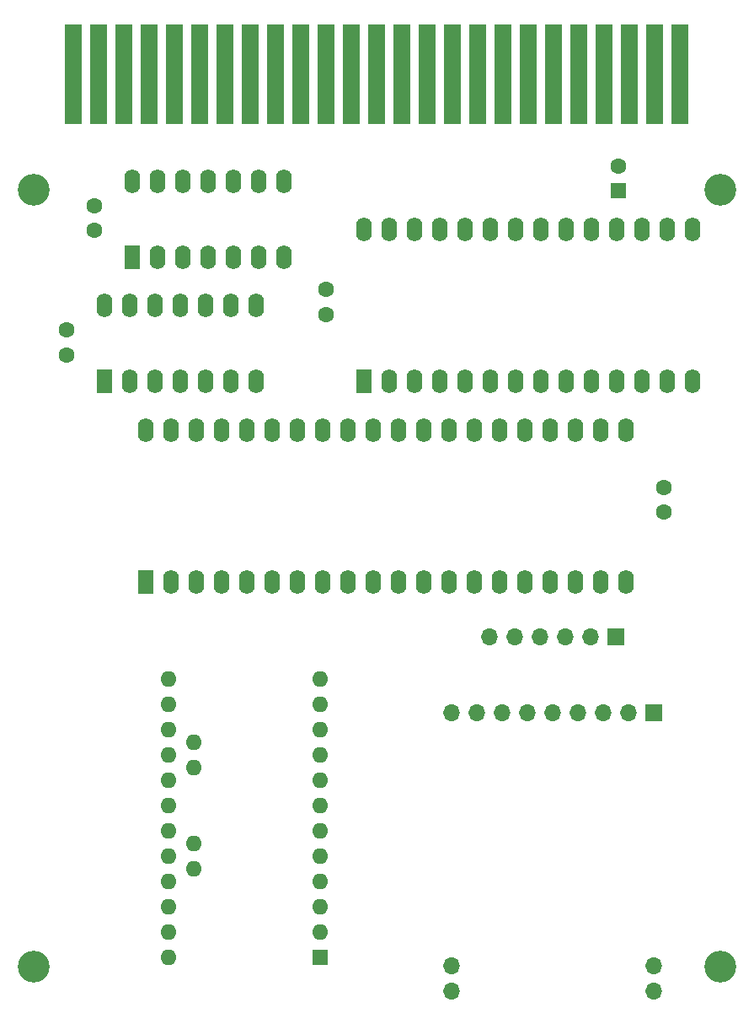
<source format=gts>
G04 #@! TF.GenerationSoftware,KiCad,Pcbnew,(5.1.9)-1*
G04 #@! TF.CreationDate,2022-10-24T14:13:19+09:00*
G04 #@! TF.ProjectId,PC-6001mk2_SD,50432d36-3030-4316-9d6b-325f53442e6b,rev?*
G04 #@! TF.SameCoordinates,PX53920b0PY93c3260*
G04 #@! TF.FileFunction,Soldermask,Top*
G04 #@! TF.FilePolarity,Negative*
%FSLAX46Y46*%
G04 Gerber Fmt 4.6, Leading zero omitted, Abs format (unit mm)*
G04 Created by KiCad (PCBNEW (5.1.9)-1) date 2022-10-24 14:13:19*
%MOMM*%
%LPD*%
G01*
G04 APERTURE LIST*
%ADD10C,1.600000*%
%ADD11R,1.600000X2.400000*%
%ADD12O,1.600000X2.400000*%
%ADD13C,3.200000*%
%ADD14R,1.600000X1.600000*%
%ADD15R,1.700000X1.700000*%
%ADD16O,1.700000X1.700000*%
%ADD17O,1.600000X1.600000*%
%ADD18R,1.780000X10.000000*%
G04 APERTURE END LIST*
D10*
X68310000Y53120000D03*
X68310000Y50620000D03*
D11*
X38130000Y63730000D03*
D12*
X71150000Y78970000D03*
X40670000Y63730000D03*
X68610000Y78970000D03*
X43210000Y63730000D03*
X66070000Y78970000D03*
X45750000Y63730000D03*
X63530000Y78970000D03*
X48290000Y63730000D03*
X60990000Y78970000D03*
X50830000Y63730000D03*
X58450000Y78970000D03*
X53370000Y63730000D03*
X55910000Y78970000D03*
X55910000Y63730000D03*
X53370000Y78970000D03*
X58450000Y63730000D03*
X50830000Y78970000D03*
X60990000Y63730000D03*
X48290000Y78970000D03*
X63530000Y63730000D03*
X45750000Y78970000D03*
X66070000Y63730000D03*
X43210000Y78970000D03*
X68610000Y63730000D03*
X40670000Y78970000D03*
X71150000Y63730000D03*
X38130000Y78970000D03*
D11*
X16240000Y43595000D03*
D12*
X64500000Y58835000D03*
X18780000Y43595000D03*
X61960000Y58835000D03*
X21320000Y43595000D03*
X59420000Y58835000D03*
X23860000Y43595000D03*
X56880000Y58835000D03*
X26400000Y43595000D03*
X54340000Y58835000D03*
X28940000Y43595000D03*
X51800000Y58835000D03*
X31480000Y43595000D03*
X49260000Y58835000D03*
X34020000Y43595000D03*
X46720000Y58835000D03*
X36560000Y43595000D03*
X44180000Y58835000D03*
X39100000Y43595000D03*
X41640000Y58835000D03*
X41640000Y43595000D03*
X39100000Y58835000D03*
X44180000Y43595000D03*
X36560000Y58835000D03*
X46720000Y43595000D03*
X34020000Y58835000D03*
X49260000Y43595000D03*
X31480000Y58835000D03*
X51800000Y43595000D03*
X28940000Y58835000D03*
X54340000Y43595000D03*
X26400000Y58835000D03*
X56880000Y43595000D03*
X23860000Y58835000D03*
X59420000Y43595000D03*
X21320000Y58835000D03*
X61960000Y43595000D03*
X18780000Y58835000D03*
X64500000Y43595000D03*
X16240000Y58835000D03*
D10*
X34320000Y72955000D03*
X34320000Y70455000D03*
D13*
X5000000Y83000000D03*
X74000000Y83000000D03*
X74000000Y5000000D03*
X5000000Y5000000D03*
D14*
X63770000Y82870000D03*
D10*
X63770000Y85370000D03*
X11075000Y78890000D03*
X11075000Y81390000D03*
X8319000Y68897000D03*
X8319000Y66397000D03*
D11*
X12065000Y63730000D03*
D12*
X27305000Y71350000D03*
X14605000Y63730000D03*
X24765000Y71350000D03*
X17145000Y63730000D03*
X22225000Y71350000D03*
X19685000Y63730000D03*
X19685000Y71350000D03*
X22225000Y63730000D03*
X17145000Y71350000D03*
X24765000Y63730000D03*
X14605000Y71350000D03*
X27305000Y63730000D03*
X12065000Y71350000D03*
D15*
X67310000Y30480000D03*
D16*
X64770000Y30480000D03*
X62230000Y30480000D03*
X59690000Y30480000D03*
X57150000Y30480000D03*
X54610000Y30480000D03*
X52070000Y30480000D03*
X49530000Y30480000D03*
X46990000Y30480000D03*
X46990000Y2540000D03*
X46990000Y5080000D03*
X67310000Y2540000D03*
X67310000Y5080000D03*
D14*
X33742000Y5918000D03*
D17*
X33742000Y8458000D03*
X33742000Y10998000D03*
X18502000Y33858000D03*
X33742000Y13538000D03*
X18502000Y31318000D03*
X33742000Y16078000D03*
X18502000Y28778000D03*
X33742000Y18618000D03*
X18502000Y26238000D03*
X33742000Y21158000D03*
X18502000Y23698000D03*
X33742000Y23698000D03*
X18502000Y21158000D03*
X33742000Y26238000D03*
X18502000Y18618000D03*
X33742000Y28778000D03*
X18502000Y16078000D03*
X33742000Y31318000D03*
X18502000Y13538000D03*
X33742000Y33858000D03*
X18502000Y10998000D03*
X18502000Y8458000D03*
X18502000Y5918000D03*
X21042000Y14808000D03*
X21042000Y17348000D03*
X21042000Y24968000D03*
X21042000Y27508000D03*
D12*
X14922000Y83820000D03*
X30162000Y76200000D03*
X17462000Y83820000D03*
X27622000Y76200000D03*
X20002000Y83820000D03*
X25082000Y76200000D03*
X22542000Y83820000D03*
X22542000Y76200000D03*
X25082000Y83820000D03*
X20002000Y76200000D03*
X27622000Y83820000D03*
X17462000Y76200000D03*
X30162000Y83820000D03*
D11*
X14922000Y76200000D03*
D18*
X9000000Y94615000D03*
X11540000Y94615000D03*
X14080000Y94615000D03*
X16620000Y94615000D03*
X19160000Y94615000D03*
X21700000Y94615000D03*
X24240000Y94615000D03*
X26780000Y94615000D03*
X29320000Y94615000D03*
X31860000Y94615000D03*
X34400000Y94615000D03*
X36940000Y94615000D03*
X39480000Y94615000D03*
X42020000Y94615000D03*
X44560000Y94615000D03*
X47100000Y94615000D03*
X49640000Y94615000D03*
X52180000Y94615000D03*
X54720000Y94615000D03*
X57260000Y94615000D03*
X59800000Y94615000D03*
X62340000Y94615000D03*
X64880000Y94615000D03*
X67420000Y94615000D03*
X69960000Y94615000D03*
D15*
X63500000Y38100000D03*
D16*
X60960000Y38100000D03*
X58420000Y38100000D03*
X55880000Y38100000D03*
X53340000Y38100000D03*
X50800000Y38100000D03*
M02*

</source>
